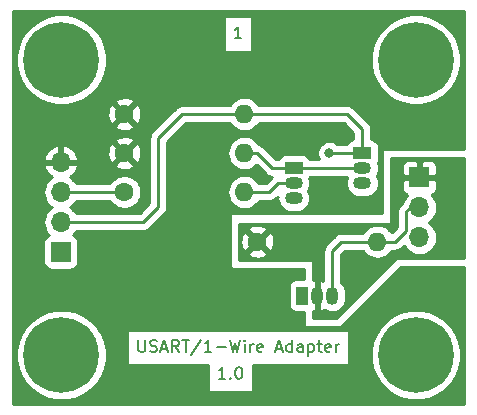
<source format=gbr>
G04 #@! TF.GenerationSoftware,KiCad,Pcbnew,(5.1.4)-1*
G04 #@! TF.CreationDate,2020-01-30T07:32:54+01:00*
G04 #@! TF.ProjectId,OneWire_Adapter,4f6e6557-6972-4655-9f41-646170746572,1.0*
G04 #@! TF.SameCoordinates,Original*
G04 #@! TF.FileFunction,Copper,L1,Top*
G04 #@! TF.FilePolarity,Positive*
%FSLAX46Y46*%
G04 Gerber Fmt 4.6, Leading zero omitted, Abs format (unit mm)*
G04 Created by KiCad (PCBNEW (5.1.4)-1) date 2020-01-30 07:32:54*
%MOMM*%
%LPD*%
G04 APERTURE LIST*
%ADD10C,0.150000*%
%ADD11C,0.200000*%
%ADD12R,1.050000X1.500000*%
%ADD13O,1.050000X1.500000*%
%ADD14O,1.600000X1.600000*%
%ADD15C,1.600000*%
%ADD16C,6.400000*%
%ADD17C,0.800000*%
%ADD18O,1.700000X1.700000*%
%ADD19R,1.700000X1.700000*%
%ADD20R,1.500000X1.050000*%
%ADD21O,1.500000X1.050000*%
%ADD22C,0.250000*%
%ADD23C,0.254000*%
G04 APERTURE END LIST*
D10*
X140246428Y-114389380D02*
X139675000Y-114389380D01*
X139960714Y-114389380D02*
X139960714Y-113389380D01*
X139865476Y-113532238D01*
X139770238Y-113627476D01*
X139675000Y-113675095D01*
X140675000Y-114294142D02*
X140722619Y-114341761D01*
X140675000Y-114389380D01*
X140627380Y-114341761D01*
X140675000Y-114294142D01*
X140675000Y-114389380D01*
X141341666Y-113389380D02*
X141436904Y-113389380D01*
X141532142Y-113437000D01*
X141579761Y-113484619D01*
X141627380Y-113579857D01*
X141675000Y-113770333D01*
X141675000Y-114008428D01*
X141627380Y-114198904D01*
X141579761Y-114294142D01*
X141532142Y-114341761D01*
X141436904Y-114389380D01*
X141341666Y-114389380D01*
X141246428Y-114341761D01*
X141198809Y-114294142D01*
X141151190Y-114198904D01*
X141103571Y-114008428D01*
X141103571Y-113770333D01*
X141151190Y-113579857D01*
X141198809Y-113484619D01*
X141246428Y-113437000D01*
X141341666Y-113389380D01*
D11*
X141595714Y-85560380D02*
X141024285Y-85560380D01*
X141310000Y-85560380D02*
X141310000Y-84560380D01*
X141214761Y-84703238D01*
X141119523Y-84798476D01*
X141024285Y-84846095D01*
X132881428Y-111103380D02*
X132881428Y-111912904D01*
X132929047Y-112008142D01*
X132976666Y-112055761D01*
X133071904Y-112103380D01*
X133262380Y-112103380D01*
X133357619Y-112055761D01*
X133405238Y-112008142D01*
X133452857Y-111912904D01*
X133452857Y-111103380D01*
X133881428Y-112055761D02*
X134024285Y-112103380D01*
X134262380Y-112103380D01*
X134357619Y-112055761D01*
X134405238Y-112008142D01*
X134452857Y-111912904D01*
X134452857Y-111817666D01*
X134405238Y-111722428D01*
X134357619Y-111674809D01*
X134262380Y-111627190D01*
X134071904Y-111579571D01*
X133976666Y-111531952D01*
X133929047Y-111484333D01*
X133881428Y-111389095D01*
X133881428Y-111293857D01*
X133929047Y-111198619D01*
X133976666Y-111151000D01*
X134071904Y-111103380D01*
X134310000Y-111103380D01*
X134452857Y-111151000D01*
X134833809Y-111817666D02*
X135310000Y-111817666D01*
X134738571Y-112103380D02*
X135071904Y-111103380D01*
X135405238Y-112103380D01*
X136310000Y-112103380D02*
X135976666Y-111627190D01*
X135738571Y-112103380D02*
X135738571Y-111103380D01*
X136119523Y-111103380D01*
X136214761Y-111151000D01*
X136262380Y-111198619D01*
X136310000Y-111293857D01*
X136310000Y-111436714D01*
X136262380Y-111531952D01*
X136214761Y-111579571D01*
X136119523Y-111627190D01*
X135738571Y-111627190D01*
X136595714Y-111103380D02*
X137167142Y-111103380D01*
X136881428Y-112103380D02*
X136881428Y-111103380D01*
X138214761Y-111055761D02*
X137357619Y-112341476D01*
X139071904Y-112103380D02*
X138500476Y-112103380D01*
X138786190Y-112103380D02*
X138786190Y-111103380D01*
X138690952Y-111246238D01*
X138595714Y-111341476D01*
X138500476Y-111389095D01*
X139500476Y-111722428D02*
X140262380Y-111722428D01*
X140643333Y-111103380D02*
X140881428Y-112103380D01*
X141071904Y-111389095D01*
X141262380Y-112103380D01*
X141500476Y-111103380D01*
X141881428Y-112103380D02*
X141881428Y-111436714D01*
X141881428Y-111103380D02*
X141833809Y-111151000D01*
X141881428Y-111198619D01*
X141929047Y-111151000D01*
X141881428Y-111103380D01*
X141881428Y-111198619D01*
X142357619Y-112103380D02*
X142357619Y-111436714D01*
X142357619Y-111627190D02*
X142405238Y-111531952D01*
X142452857Y-111484333D01*
X142548095Y-111436714D01*
X142643333Y-111436714D01*
X143357619Y-112055761D02*
X143262380Y-112103380D01*
X143071904Y-112103380D01*
X142976666Y-112055761D01*
X142929047Y-111960523D01*
X142929047Y-111579571D01*
X142976666Y-111484333D01*
X143071904Y-111436714D01*
X143262380Y-111436714D01*
X143357619Y-111484333D01*
X143405238Y-111579571D01*
X143405238Y-111674809D01*
X142929047Y-111770047D01*
X144548095Y-111817666D02*
X145024285Y-111817666D01*
X144452857Y-112103380D02*
X144786190Y-111103380D01*
X145119523Y-112103380D01*
X145881428Y-112103380D02*
X145881428Y-111103380D01*
X145881428Y-112055761D02*
X145786190Y-112103380D01*
X145595714Y-112103380D01*
X145500476Y-112055761D01*
X145452857Y-112008142D01*
X145405238Y-111912904D01*
X145405238Y-111627190D01*
X145452857Y-111531952D01*
X145500476Y-111484333D01*
X145595714Y-111436714D01*
X145786190Y-111436714D01*
X145881428Y-111484333D01*
X146786190Y-112103380D02*
X146786190Y-111579571D01*
X146738571Y-111484333D01*
X146643333Y-111436714D01*
X146452857Y-111436714D01*
X146357619Y-111484333D01*
X146786190Y-112055761D02*
X146690952Y-112103380D01*
X146452857Y-112103380D01*
X146357619Y-112055761D01*
X146310000Y-111960523D01*
X146310000Y-111865285D01*
X146357619Y-111770047D01*
X146452857Y-111722428D01*
X146690952Y-111722428D01*
X146786190Y-111674809D01*
X147262380Y-111436714D02*
X147262380Y-112436714D01*
X147262380Y-111484333D02*
X147357619Y-111436714D01*
X147548095Y-111436714D01*
X147643333Y-111484333D01*
X147690952Y-111531952D01*
X147738571Y-111627190D01*
X147738571Y-111912904D01*
X147690952Y-112008142D01*
X147643333Y-112055761D01*
X147548095Y-112103380D01*
X147357619Y-112103380D01*
X147262380Y-112055761D01*
X148024285Y-111436714D02*
X148405238Y-111436714D01*
X148167142Y-111103380D02*
X148167142Y-111960523D01*
X148214761Y-112055761D01*
X148310000Y-112103380D01*
X148405238Y-112103380D01*
X149119523Y-112055761D02*
X149024285Y-112103380D01*
X148833809Y-112103380D01*
X148738571Y-112055761D01*
X148690952Y-111960523D01*
X148690952Y-111579571D01*
X148738571Y-111484333D01*
X148833809Y-111436714D01*
X149024285Y-111436714D01*
X149119523Y-111484333D01*
X149167142Y-111579571D01*
X149167142Y-111674809D01*
X148690952Y-111770047D01*
X149595714Y-112103380D02*
X149595714Y-111436714D01*
X149595714Y-111627190D02*
X149643333Y-111531952D01*
X149690952Y-111484333D01*
X149786190Y-111436714D01*
X149881428Y-111436714D01*
D12*
X146771000Y-107333000D03*
D13*
X149311000Y-107333000D03*
X148041000Y-107333000D03*
D14*
X153121000Y-102761000D03*
D15*
X142961000Y-102761000D03*
D16*
X126371000Y-112366000D03*
D17*
X128771000Y-112366000D03*
X128068056Y-114063056D03*
X126371000Y-114766000D03*
X124673944Y-114063056D03*
X123971000Y-112366000D03*
X124673944Y-110668944D03*
X126371000Y-109966000D03*
X128068056Y-110668944D03*
D16*
X126371000Y-87366000D03*
D17*
X128771000Y-87366000D03*
X128068056Y-89063056D03*
X126371000Y-89766000D03*
X124673944Y-89063056D03*
X123971000Y-87366000D03*
X124673944Y-85668944D03*
X126371000Y-84966000D03*
X128068056Y-85668944D03*
D16*
X156371000Y-87366000D03*
D17*
X158771000Y-87366000D03*
X158068056Y-89063056D03*
X156371000Y-89766000D03*
X154673944Y-89063056D03*
X153971000Y-87366000D03*
X154673944Y-85668944D03*
X156371000Y-84966000D03*
X158068056Y-85668944D03*
D18*
X156677000Y-102406000D03*
X156677000Y-99866000D03*
D19*
X156677000Y-97326000D03*
D18*
X126324000Y-96030000D03*
X126324000Y-98570000D03*
X126324000Y-101110000D03*
D19*
X126324000Y-103650000D03*
D20*
X151851000Y-95268000D03*
D21*
X151851000Y-97808000D03*
X151851000Y-96538000D03*
D20*
X146050000Y-96538000D03*
D21*
X146050000Y-99078000D03*
X146050000Y-97808000D03*
D14*
X141859000Y-91966000D03*
D15*
X131699000Y-91966000D03*
D14*
X141859000Y-95268000D03*
D15*
X131699000Y-95268000D03*
D14*
X141859000Y-98570000D03*
D15*
X131699000Y-98570000D03*
D17*
X158068056Y-110668944D03*
X156371000Y-109966000D03*
X154673944Y-110668944D03*
X153971000Y-112366000D03*
X154673944Y-114063056D03*
X156371000Y-114766000D03*
X158068056Y-114063056D03*
X158771000Y-112366000D03*
D16*
X156371000Y-112366000D03*
D17*
X149057000Y-95268000D03*
D22*
X143977000Y-98570000D02*
X141859000Y-98570000D01*
X146050000Y-97808000D02*
X144739000Y-97808000D01*
X144739000Y-97808000D02*
X143977000Y-98570000D01*
X126324000Y-98570000D02*
X131699000Y-98570000D01*
X146050000Y-96538000D02*
X151851000Y-96538000D01*
X144231000Y-96538000D02*
X146050000Y-96538000D01*
X141859000Y-95268000D02*
X142961000Y-95268000D01*
X142961000Y-95268000D02*
X144231000Y-96538000D01*
X150073000Y-102761000D02*
X153121000Y-102761000D01*
X149311000Y-107333000D02*
X149311000Y-103523000D01*
X149311000Y-103523000D02*
X150073000Y-102761000D01*
X155889000Y-99866000D02*
X155534000Y-100221000D01*
X156677000Y-99866000D02*
X155889000Y-99866000D01*
X155534000Y-100221000D02*
X155534000Y-101872000D01*
X155534000Y-101872000D02*
X154645000Y-102761000D01*
X154645000Y-102761000D02*
X153121000Y-102761000D01*
X151851000Y-93236000D02*
X151851000Y-95268000D01*
X141859000Y-91966000D02*
X150581000Y-91966000D01*
X150581000Y-91966000D02*
X151851000Y-93236000D01*
X129499000Y-101110000D02*
X126324000Y-101110000D01*
X133309000Y-101110000D02*
X129499000Y-101110000D01*
X134579000Y-99840000D02*
X133309000Y-101110000D01*
X134579000Y-93998000D02*
X134579000Y-99840000D01*
X141859000Y-91966000D02*
X136611000Y-91966000D01*
X136611000Y-91966000D02*
X134579000Y-93998000D01*
X151851000Y-95268000D02*
X149057000Y-95268000D01*
D23*
G36*
X160486001Y-104158000D02*
G01*
X154772000Y-104158000D01*
X154747224Y-104160440D01*
X154723399Y-104167667D01*
X154701443Y-104179403D01*
X154682197Y-104195197D01*
X149639394Y-109238000D01*
X147660000Y-109238000D01*
X147660000Y-108662208D01*
X147673663Y-108668272D01*
X147735190Y-108676964D01*
X147914000Y-108551163D01*
X147914000Y-108233235D01*
X147921812Y-108207482D01*
X147934072Y-108083000D01*
X147934072Y-107051022D01*
X148151000Y-107051022D01*
X148151000Y-107614979D01*
X148167785Y-107785400D01*
X148168000Y-107786109D01*
X148168000Y-108551163D01*
X148346810Y-108676964D01*
X148408337Y-108668272D01*
X148617882Y-108575275D01*
X148676331Y-108534071D01*
X148864941Y-108634885D01*
X149083601Y-108701215D01*
X149311000Y-108723612D01*
X149538400Y-108701215D01*
X149757060Y-108634885D01*
X149958579Y-108527171D01*
X150135212Y-108382212D01*
X150280171Y-108205579D01*
X150387885Y-108004059D01*
X150454215Y-107785399D01*
X150471000Y-107614978D01*
X150471000Y-107051021D01*
X150454215Y-106880600D01*
X150387885Y-106661940D01*
X150280171Y-106460421D01*
X150135212Y-106283788D01*
X150071000Y-106231091D01*
X150071000Y-103837801D01*
X150387802Y-103521000D01*
X151900099Y-103521000D01*
X151922068Y-103562101D01*
X152101392Y-103780608D01*
X152319899Y-103959932D01*
X152569192Y-104093182D01*
X152839691Y-104175236D01*
X153050508Y-104196000D01*
X153191492Y-104196000D01*
X153402309Y-104175236D01*
X153672808Y-104093182D01*
X153922101Y-103959932D01*
X154140608Y-103780608D01*
X154319932Y-103562101D01*
X154341901Y-103521000D01*
X154607678Y-103521000D01*
X154645000Y-103524676D01*
X154682322Y-103521000D01*
X154682333Y-103521000D01*
X154793986Y-103510003D01*
X154937247Y-103466546D01*
X155069276Y-103395974D01*
X155185001Y-103301001D01*
X155208803Y-103271998D01*
X155369935Y-103110866D01*
X155436294Y-103235014D01*
X155621866Y-103461134D01*
X155847986Y-103646706D01*
X156105966Y-103784599D01*
X156385889Y-103869513D01*
X156604050Y-103891000D01*
X156749950Y-103891000D01*
X156968111Y-103869513D01*
X157248034Y-103784599D01*
X157506014Y-103646706D01*
X157732134Y-103461134D01*
X157917706Y-103235014D01*
X158055599Y-102977034D01*
X158140513Y-102697111D01*
X158169185Y-102406000D01*
X158140513Y-102114889D01*
X158055599Y-101834966D01*
X157917706Y-101576986D01*
X157732134Y-101350866D01*
X157506014Y-101165294D01*
X157451209Y-101136000D01*
X157506014Y-101106706D01*
X157732134Y-100921134D01*
X157917706Y-100695014D01*
X158055599Y-100437034D01*
X158140513Y-100157111D01*
X158169185Y-99866000D01*
X158140513Y-99574889D01*
X158055599Y-99294966D01*
X157917706Y-99036986D01*
X157732134Y-98810866D01*
X157702313Y-98786393D01*
X157771180Y-98765502D01*
X157881494Y-98706537D01*
X157978185Y-98627185D01*
X158057537Y-98530494D01*
X158116502Y-98420180D01*
X158152812Y-98300482D01*
X158165072Y-98176000D01*
X158162000Y-97611750D01*
X158003250Y-97453000D01*
X156804000Y-97453000D01*
X156804000Y-97473000D01*
X156550000Y-97473000D01*
X156550000Y-97453000D01*
X155350750Y-97453000D01*
X155192000Y-97611750D01*
X155188928Y-98176000D01*
X155201188Y-98300482D01*
X155237498Y-98420180D01*
X155296463Y-98530494D01*
X155375815Y-98627185D01*
X155472506Y-98706537D01*
X155582820Y-98765502D01*
X155651687Y-98786393D01*
X155621866Y-98810866D01*
X155436294Y-99036986D01*
X155298401Y-99294966D01*
X155260591Y-99419608D01*
X155023003Y-99657196D01*
X154993999Y-99680999D01*
X154938871Y-99748174D01*
X154899026Y-99796724D01*
X154861997Y-99866000D01*
X154828454Y-99928754D01*
X154784997Y-100072015D01*
X154774000Y-100183668D01*
X154774000Y-100183678D01*
X154770324Y-100221000D01*
X154774000Y-100258323D01*
X154774001Y-101557197D01*
X154337825Y-101993374D01*
X154319932Y-101959899D01*
X154140608Y-101741392D01*
X153922101Y-101562068D01*
X153672808Y-101428818D01*
X153402309Y-101346764D01*
X153191492Y-101326000D01*
X153050508Y-101326000D01*
X152839691Y-101346764D01*
X152569192Y-101428818D01*
X152319899Y-101562068D01*
X152101392Y-101741392D01*
X151922068Y-101959899D01*
X151900099Y-102001000D01*
X150110325Y-102001000D01*
X150073000Y-101997324D01*
X150035675Y-102001000D01*
X150035667Y-102001000D01*
X149924014Y-102011997D01*
X149780753Y-102055454D01*
X149648724Y-102126026D01*
X149532999Y-102220999D01*
X149509201Y-102249998D01*
X148799998Y-102959201D01*
X148771000Y-102982999D01*
X148747202Y-103011997D01*
X148747201Y-103011998D01*
X148676026Y-103098724D01*
X148605454Y-103230754D01*
X148561998Y-103374015D01*
X148547324Y-103523000D01*
X148551001Y-103560332D01*
X148551000Y-106061043D01*
X148408337Y-105997728D01*
X148346810Y-105989036D01*
X148168000Y-106114837D01*
X148168000Y-106879892D01*
X148167785Y-106880601D01*
X148151000Y-107051022D01*
X147934072Y-107051022D01*
X147934072Y-106583000D01*
X147921812Y-106458518D01*
X147914000Y-106432765D01*
X147914000Y-106114837D01*
X147735190Y-105989036D01*
X147673663Y-105997728D01*
X147660000Y-106003792D01*
X147660000Y-104412000D01*
X147657560Y-104387224D01*
X147650333Y-104363399D01*
X147638597Y-104341443D01*
X147622803Y-104322197D01*
X147603557Y-104306403D01*
X147581601Y-104294667D01*
X147557776Y-104287440D01*
X147533000Y-104285000D01*
X141437000Y-104285000D01*
X141437000Y-103753702D01*
X142147903Y-103753702D01*
X142219486Y-103997671D01*
X142474996Y-104118571D01*
X142749184Y-104187300D01*
X143031512Y-104201217D01*
X143311130Y-104159787D01*
X143577292Y-104064603D01*
X143702514Y-103997671D01*
X143774097Y-103753702D01*
X142961000Y-102940605D01*
X142147903Y-103753702D01*
X141437000Y-103753702D01*
X141437000Y-102831512D01*
X141520783Y-102831512D01*
X141562213Y-103111130D01*
X141657397Y-103377292D01*
X141724329Y-103502514D01*
X141968298Y-103574097D01*
X142781395Y-102761000D01*
X143140605Y-102761000D01*
X143953702Y-103574097D01*
X144197671Y-103502514D01*
X144318571Y-103247004D01*
X144387300Y-102972816D01*
X144401217Y-102690488D01*
X144359787Y-102410870D01*
X144264603Y-102144708D01*
X144197671Y-102019486D01*
X143953702Y-101947903D01*
X143140605Y-102761000D01*
X142781395Y-102761000D01*
X141968298Y-101947903D01*
X141724329Y-102019486D01*
X141603429Y-102274996D01*
X141534700Y-102549184D01*
X141520783Y-102831512D01*
X141437000Y-102831512D01*
X141437000Y-101768298D01*
X142147903Y-101768298D01*
X142961000Y-102581395D01*
X143774097Y-101768298D01*
X143702514Y-101524329D01*
X143447004Y-101403429D01*
X143172816Y-101334700D01*
X142890488Y-101320783D01*
X142610870Y-101362213D01*
X142344708Y-101457397D01*
X142219486Y-101524329D01*
X142147903Y-101768298D01*
X141437000Y-101768298D01*
X141437000Y-101237000D01*
X154137000Y-101237000D01*
X154161776Y-101234560D01*
X154185601Y-101227333D01*
X154207557Y-101215597D01*
X154226803Y-101199803D01*
X154242597Y-101180557D01*
X154254333Y-101158601D01*
X154261560Y-101134776D01*
X154264000Y-101110000D01*
X154264000Y-96476000D01*
X155188928Y-96476000D01*
X155192000Y-97040250D01*
X155350750Y-97199000D01*
X156550000Y-97199000D01*
X156550000Y-95999750D01*
X156804000Y-95999750D01*
X156804000Y-97199000D01*
X158003250Y-97199000D01*
X158162000Y-97040250D01*
X158165072Y-96476000D01*
X158152812Y-96351518D01*
X158116502Y-96231820D01*
X158057537Y-96121506D01*
X157978185Y-96024815D01*
X157881494Y-95945463D01*
X157771180Y-95886498D01*
X157651482Y-95850188D01*
X157527000Y-95837928D01*
X156962750Y-95841000D01*
X156804000Y-95999750D01*
X156550000Y-95999750D01*
X156391250Y-95841000D01*
X155827000Y-95837928D01*
X155702518Y-95850188D01*
X155582820Y-95886498D01*
X155472506Y-95945463D01*
X155375815Y-96024815D01*
X155296463Y-96121506D01*
X155237498Y-96231820D01*
X155201188Y-96351518D01*
X155188928Y-96476000D01*
X154264000Y-96476000D01*
X154264000Y-95649000D01*
X160486000Y-95649000D01*
X160486001Y-104158000D01*
X160486001Y-104158000D01*
G37*
X160486001Y-104158000D02*
X154772000Y-104158000D01*
X154747224Y-104160440D01*
X154723399Y-104167667D01*
X154701443Y-104179403D01*
X154682197Y-104195197D01*
X149639394Y-109238000D01*
X147660000Y-109238000D01*
X147660000Y-108662208D01*
X147673663Y-108668272D01*
X147735190Y-108676964D01*
X147914000Y-108551163D01*
X147914000Y-108233235D01*
X147921812Y-108207482D01*
X147934072Y-108083000D01*
X147934072Y-107051022D01*
X148151000Y-107051022D01*
X148151000Y-107614979D01*
X148167785Y-107785400D01*
X148168000Y-107786109D01*
X148168000Y-108551163D01*
X148346810Y-108676964D01*
X148408337Y-108668272D01*
X148617882Y-108575275D01*
X148676331Y-108534071D01*
X148864941Y-108634885D01*
X149083601Y-108701215D01*
X149311000Y-108723612D01*
X149538400Y-108701215D01*
X149757060Y-108634885D01*
X149958579Y-108527171D01*
X150135212Y-108382212D01*
X150280171Y-108205579D01*
X150387885Y-108004059D01*
X150454215Y-107785399D01*
X150471000Y-107614978D01*
X150471000Y-107051021D01*
X150454215Y-106880600D01*
X150387885Y-106661940D01*
X150280171Y-106460421D01*
X150135212Y-106283788D01*
X150071000Y-106231091D01*
X150071000Y-103837801D01*
X150387802Y-103521000D01*
X151900099Y-103521000D01*
X151922068Y-103562101D01*
X152101392Y-103780608D01*
X152319899Y-103959932D01*
X152569192Y-104093182D01*
X152839691Y-104175236D01*
X153050508Y-104196000D01*
X153191492Y-104196000D01*
X153402309Y-104175236D01*
X153672808Y-104093182D01*
X153922101Y-103959932D01*
X154140608Y-103780608D01*
X154319932Y-103562101D01*
X154341901Y-103521000D01*
X154607678Y-103521000D01*
X154645000Y-103524676D01*
X154682322Y-103521000D01*
X154682333Y-103521000D01*
X154793986Y-103510003D01*
X154937247Y-103466546D01*
X155069276Y-103395974D01*
X155185001Y-103301001D01*
X155208803Y-103271998D01*
X155369935Y-103110866D01*
X155436294Y-103235014D01*
X155621866Y-103461134D01*
X155847986Y-103646706D01*
X156105966Y-103784599D01*
X156385889Y-103869513D01*
X156604050Y-103891000D01*
X156749950Y-103891000D01*
X156968111Y-103869513D01*
X157248034Y-103784599D01*
X157506014Y-103646706D01*
X157732134Y-103461134D01*
X157917706Y-103235014D01*
X158055599Y-102977034D01*
X158140513Y-102697111D01*
X158169185Y-102406000D01*
X158140513Y-102114889D01*
X158055599Y-101834966D01*
X157917706Y-101576986D01*
X157732134Y-101350866D01*
X157506014Y-101165294D01*
X157451209Y-101136000D01*
X157506014Y-101106706D01*
X157732134Y-100921134D01*
X157917706Y-100695014D01*
X158055599Y-100437034D01*
X158140513Y-100157111D01*
X158169185Y-99866000D01*
X158140513Y-99574889D01*
X158055599Y-99294966D01*
X157917706Y-99036986D01*
X157732134Y-98810866D01*
X157702313Y-98786393D01*
X157771180Y-98765502D01*
X157881494Y-98706537D01*
X157978185Y-98627185D01*
X158057537Y-98530494D01*
X158116502Y-98420180D01*
X158152812Y-98300482D01*
X158165072Y-98176000D01*
X158162000Y-97611750D01*
X158003250Y-97453000D01*
X156804000Y-97453000D01*
X156804000Y-97473000D01*
X156550000Y-97473000D01*
X156550000Y-97453000D01*
X155350750Y-97453000D01*
X155192000Y-97611750D01*
X155188928Y-98176000D01*
X155201188Y-98300482D01*
X155237498Y-98420180D01*
X155296463Y-98530494D01*
X155375815Y-98627185D01*
X155472506Y-98706537D01*
X155582820Y-98765502D01*
X155651687Y-98786393D01*
X155621866Y-98810866D01*
X155436294Y-99036986D01*
X155298401Y-99294966D01*
X155260591Y-99419608D01*
X155023003Y-99657196D01*
X154993999Y-99680999D01*
X154938871Y-99748174D01*
X154899026Y-99796724D01*
X154861997Y-99866000D01*
X154828454Y-99928754D01*
X154784997Y-100072015D01*
X154774000Y-100183668D01*
X154774000Y-100183678D01*
X154770324Y-100221000D01*
X154774000Y-100258323D01*
X154774001Y-101557197D01*
X154337825Y-101993374D01*
X154319932Y-101959899D01*
X154140608Y-101741392D01*
X153922101Y-101562068D01*
X153672808Y-101428818D01*
X153402309Y-101346764D01*
X153191492Y-101326000D01*
X153050508Y-101326000D01*
X152839691Y-101346764D01*
X152569192Y-101428818D01*
X152319899Y-101562068D01*
X152101392Y-101741392D01*
X151922068Y-101959899D01*
X151900099Y-102001000D01*
X150110325Y-102001000D01*
X150073000Y-101997324D01*
X150035675Y-102001000D01*
X150035667Y-102001000D01*
X149924014Y-102011997D01*
X149780753Y-102055454D01*
X149648724Y-102126026D01*
X149532999Y-102220999D01*
X149509201Y-102249998D01*
X148799998Y-102959201D01*
X148771000Y-102982999D01*
X148747202Y-103011997D01*
X148747201Y-103011998D01*
X148676026Y-103098724D01*
X148605454Y-103230754D01*
X148561998Y-103374015D01*
X148547324Y-103523000D01*
X148551001Y-103560332D01*
X148551000Y-106061043D01*
X148408337Y-105997728D01*
X148346810Y-105989036D01*
X148168000Y-106114837D01*
X148168000Y-106879892D01*
X148167785Y-106880601D01*
X148151000Y-107051022D01*
X147934072Y-107051022D01*
X147934072Y-106583000D01*
X147921812Y-106458518D01*
X147914000Y-106432765D01*
X147914000Y-106114837D01*
X147735190Y-105989036D01*
X147673663Y-105997728D01*
X147660000Y-106003792D01*
X147660000Y-104412000D01*
X147657560Y-104387224D01*
X147650333Y-104363399D01*
X147638597Y-104341443D01*
X147622803Y-104322197D01*
X147603557Y-104306403D01*
X147581601Y-104294667D01*
X147557776Y-104287440D01*
X147533000Y-104285000D01*
X141437000Y-104285000D01*
X141437000Y-103753702D01*
X142147903Y-103753702D01*
X142219486Y-103997671D01*
X142474996Y-104118571D01*
X142749184Y-104187300D01*
X143031512Y-104201217D01*
X143311130Y-104159787D01*
X143577292Y-104064603D01*
X143702514Y-103997671D01*
X143774097Y-103753702D01*
X142961000Y-102940605D01*
X142147903Y-103753702D01*
X141437000Y-103753702D01*
X141437000Y-102831512D01*
X141520783Y-102831512D01*
X141562213Y-103111130D01*
X141657397Y-103377292D01*
X141724329Y-103502514D01*
X141968298Y-103574097D01*
X142781395Y-102761000D01*
X143140605Y-102761000D01*
X143953702Y-103574097D01*
X144197671Y-103502514D01*
X144318571Y-103247004D01*
X144387300Y-102972816D01*
X144401217Y-102690488D01*
X144359787Y-102410870D01*
X144264603Y-102144708D01*
X144197671Y-102019486D01*
X143953702Y-101947903D01*
X143140605Y-102761000D01*
X142781395Y-102761000D01*
X141968298Y-101947903D01*
X141724329Y-102019486D01*
X141603429Y-102274996D01*
X141534700Y-102549184D01*
X141520783Y-102831512D01*
X141437000Y-102831512D01*
X141437000Y-101768298D01*
X142147903Y-101768298D01*
X142961000Y-102581395D01*
X143774097Y-101768298D01*
X143702514Y-101524329D01*
X143447004Y-101403429D01*
X143172816Y-101334700D01*
X142890488Y-101320783D01*
X142610870Y-101362213D01*
X142344708Y-101457397D01*
X142219486Y-101524329D01*
X142147903Y-101768298D01*
X141437000Y-101768298D01*
X141437000Y-101237000D01*
X154137000Y-101237000D01*
X154161776Y-101234560D01*
X154185601Y-101227333D01*
X154207557Y-101215597D01*
X154226803Y-101199803D01*
X154242597Y-101180557D01*
X154254333Y-101158601D01*
X154261560Y-101134776D01*
X154264000Y-101110000D01*
X154264000Y-96476000D01*
X155188928Y-96476000D01*
X155192000Y-97040250D01*
X155350750Y-97199000D01*
X156550000Y-97199000D01*
X156550000Y-95999750D01*
X156804000Y-95999750D01*
X156804000Y-97199000D01*
X158003250Y-97199000D01*
X158162000Y-97040250D01*
X158165072Y-96476000D01*
X158152812Y-96351518D01*
X158116502Y-96231820D01*
X158057537Y-96121506D01*
X157978185Y-96024815D01*
X157881494Y-95945463D01*
X157771180Y-95886498D01*
X157651482Y-95850188D01*
X157527000Y-95837928D01*
X156962750Y-95841000D01*
X156804000Y-95999750D01*
X156550000Y-95999750D01*
X156391250Y-95841000D01*
X155827000Y-95837928D01*
X155702518Y-95850188D01*
X155582820Y-95886498D01*
X155472506Y-95945463D01*
X155375815Y-96024815D01*
X155296463Y-96121506D01*
X155237498Y-96231820D01*
X155201188Y-96351518D01*
X155188928Y-96476000D01*
X154264000Y-96476000D01*
X154264000Y-95649000D01*
X160486000Y-95649000D01*
X160486001Y-104158000D01*
G36*
X160486000Y-94887000D02*
G01*
X153629000Y-94887000D01*
X153604224Y-94889440D01*
X153580399Y-94896667D01*
X153558443Y-94908403D01*
X153539197Y-94924197D01*
X153523403Y-94943443D01*
X153511667Y-94965399D01*
X153504440Y-94989224D01*
X153502000Y-95014000D01*
X153502000Y-100348000D01*
X140802000Y-100348000D01*
X140777224Y-100350440D01*
X140753399Y-100357667D01*
X140731443Y-100369403D01*
X140712197Y-100385197D01*
X140696403Y-100404443D01*
X140684667Y-100426399D01*
X140677440Y-100450224D01*
X140675000Y-100475000D01*
X140675000Y-104920000D01*
X140677440Y-104944776D01*
X140684667Y-104968601D01*
X140696403Y-104990557D01*
X140712197Y-105009803D01*
X140731443Y-105025597D01*
X140753399Y-105037333D01*
X140777224Y-105044560D01*
X140802000Y-105047000D01*
X146898000Y-105047000D01*
X146898000Y-105944928D01*
X146246000Y-105944928D01*
X146121518Y-105957188D01*
X146001820Y-105993498D01*
X145891506Y-106052463D01*
X145794815Y-106131815D01*
X145715463Y-106228506D01*
X145656498Y-106338820D01*
X145620188Y-106458518D01*
X145607928Y-106583000D01*
X145607928Y-108083000D01*
X145620188Y-108207482D01*
X145656498Y-108327180D01*
X145715463Y-108437494D01*
X145794815Y-108534185D01*
X145891506Y-108613537D01*
X146001820Y-108672502D01*
X146121518Y-108708812D01*
X146246000Y-108721072D01*
X146898000Y-108721072D01*
X146898000Y-109873000D01*
X146900440Y-109897776D01*
X146907667Y-109921601D01*
X146919403Y-109943557D01*
X146935197Y-109962803D01*
X146954443Y-109978597D01*
X146976399Y-109990333D01*
X147000224Y-109997560D01*
X147025000Y-110000000D01*
X149946000Y-110000000D01*
X149970776Y-109997560D01*
X149994601Y-109990333D01*
X150016557Y-109978597D01*
X150035803Y-109962803D01*
X155078606Y-104920000D01*
X160486001Y-104920000D01*
X160486001Y-116481000D01*
X122256000Y-116481000D01*
X122256000Y-111988285D01*
X122536000Y-111988285D01*
X122536000Y-112743715D01*
X122683377Y-113484628D01*
X122972467Y-114182554D01*
X123392161Y-114810670D01*
X123926330Y-115344839D01*
X124554446Y-115764533D01*
X125252372Y-116053623D01*
X125993285Y-116201000D01*
X126748715Y-116201000D01*
X127489628Y-116053623D01*
X128187554Y-115764533D01*
X128815670Y-115344839D01*
X129349839Y-114810670D01*
X129769533Y-114182554D01*
X130058623Y-113484628D01*
X130206000Y-112743715D01*
X130206000Y-111988285D01*
X130058623Y-111247372D01*
X129769533Y-110549446D01*
X129566777Y-110246000D01*
X131908334Y-110246000D01*
X131908334Y-113216000D01*
X138774524Y-113216000D01*
X138774524Y-115464500D01*
X142575476Y-115464500D01*
X142575476Y-113216000D01*
X150711667Y-113216000D01*
X150711667Y-111988285D01*
X152536000Y-111988285D01*
X152536000Y-112743715D01*
X152683377Y-113484628D01*
X152972467Y-114182554D01*
X153392161Y-114810670D01*
X153926330Y-115344839D01*
X154554446Y-115764533D01*
X155252372Y-116053623D01*
X155993285Y-116201000D01*
X156748715Y-116201000D01*
X157489628Y-116053623D01*
X158187554Y-115764533D01*
X158815670Y-115344839D01*
X159349839Y-114810670D01*
X159769533Y-114182554D01*
X160058623Y-113484628D01*
X160206000Y-112743715D01*
X160206000Y-111988285D01*
X160058623Y-111247372D01*
X159769533Y-110549446D01*
X159349839Y-109921330D01*
X158815670Y-109387161D01*
X158187554Y-108967467D01*
X157489628Y-108678377D01*
X156748715Y-108531000D01*
X155993285Y-108531000D01*
X155252372Y-108678377D01*
X154554446Y-108967467D01*
X153926330Y-109387161D01*
X153392161Y-109921330D01*
X152972467Y-110549446D01*
X152683377Y-111247372D01*
X152536000Y-111988285D01*
X150711667Y-111988285D01*
X150711667Y-110246000D01*
X131908334Y-110246000D01*
X129566777Y-110246000D01*
X129349839Y-109921330D01*
X128815670Y-109387161D01*
X128187554Y-108967467D01*
X127489628Y-108678377D01*
X126748715Y-108531000D01*
X125993285Y-108531000D01*
X125252372Y-108678377D01*
X124554446Y-108967467D01*
X123926330Y-109387161D01*
X123392161Y-109921330D01*
X122972467Y-110549446D01*
X122683377Y-111247372D01*
X122536000Y-111988285D01*
X122256000Y-111988285D01*
X122256000Y-98570000D01*
X124831815Y-98570000D01*
X124860487Y-98861111D01*
X124945401Y-99141034D01*
X125083294Y-99399014D01*
X125268866Y-99625134D01*
X125494986Y-99810706D01*
X125549791Y-99840000D01*
X125494986Y-99869294D01*
X125268866Y-100054866D01*
X125083294Y-100280986D01*
X124945401Y-100538966D01*
X124860487Y-100818889D01*
X124831815Y-101110000D01*
X124860487Y-101401111D01*
X124945401Y-101681034D01*
X125083294Y-101939014D01*
X125268866Y-102165134D01*
X125298687Y-102189607D01*
X125229820Y-102210498D01*
X125119506Y-102269463D01*
X125022815Y-102348815D01*
X124943463Y-102445506D01*
X124884498Y-102555820D01*
X124848188Y-102675518D01*
X124835928Y-102800000D01*
X124835928Y-104500000D01*
X124848188Y-104624482D01*
X124884498Y-104744180D01*
X124943463Y-104854494D01*
X125022815Y-104951185D01*
X125119506Y-105030537D01*
X125229820Y-105089502D01*
X125349518Y-105125812D01*
X125474000Y-105138072D01*
X127174000Y-105138072D01*
X127298482Y-105125812D01*
X127418180Y-105089502D01*
X127528494Y-105030537D01*
X127625185Y-104951185D01*
X127704537Y-104854494D01*
X127763502Y-104744180D01*
X127799812Y-104624482D01*
X127812072Y-104500000D01*
X127812072Y-102800000D01*
X127799812Y-102675518D01*
X127763502Y-102555820D01*
X127704537Y-102445506D01*
X127625185Y-102348815D01*
X127528494Y-102269463D01*
X127418180Y-102210498D01*
X127349313Y-102189607D01*
X127379134Y-102165134D01*
X127564706Y-101939014D01*
X127601595Y-101870000D01*
X133271678Y-101870000D01*
X133309000Y-101873676D01*
X133346322Y-101870000D01*
X133346333Y-101870000D01*
X133457986Y-101859003D01*
X133601247Y-101815546D01*
X133733276Y-101744974D01*
X133849001Y-101650001D01*
X133872804Y-101620997D01*
X135090003Y-100403799D01*
X135119001Y-100380001D01*
X135213974Y-100264276D01*
X135284546Y-100132247D01*
X135328003Y-99988986D01*
X135339000Y-99877333D01*
X135339000Y-99877324D01*
X135342676Y-99840001D01*
X135339000Y-99802678D01*
X135339000Y-94312801D01*
X136925802Y-92726000D01*
X140638099Y-92726000D01*
X140660068Y-92767101D01*
X140839392Y-92985608D01*
X141057899Y-93164932D01*
X141307192Y-93298182D01*
X141577691Y-93380236D01*
X141788508Y-93401000D01*
X141929492Y-93401000D01*
X142140309Y-93380236D01*
X142410808Y-93298182D01*
X142660101Y-93164932D01*
X142878608Y-92985608D01*
X143057932Y-92767101D01*
X143079901Y-92726000D01*
X150266199Y-92726000D01*
X151091000Y-93550802D01*
X151091000Y-94105913D01*
X150976518Y-94117188D01*
X150856820Y-94153498D01*
X150746506Y-94212463D01*
X150649815Y-94291815D01*
X150570463Y-94388506D01*
X150511498Y-94498820D01*
X150508713Y-94508000D01*
X149760711Y-94508000D01*
X149716774Y-94464063D01*
X149547256Y-94350795D01*
X149358898Y-94272774D01*
X149158939Y-94233000D01*
X148955061Y-94233000D01*
X148755102Y-94272774D01*
X148566744Y-94350795D01*
X148397226Y-94464063D01*
X148253063Y-94608226D01*
X148139795Y-94777744D01*
X148061774Y-94966102D01*
X148022000Y-95166061D01*
X148022000Y-95369939D01*
X148061774Y-95569898D01*
X148139795Y-95758256D01*
X148152987Y-95778000D01*
X147392287Y-95778000D01*
X147389502Y-95768820D01*
X147330537Y-95658506D01*
X147251185Y-95561815D01*
X147154494Y-95482463D01*
X147044180Y-95423498D01*
X146924482Y-95387188D01*
X146800000Y-95374928D01*
X145300000Y-95374928D01*
X145175518Y-95387188D01*
X145055820Y-95423498D01*
X144945506Y-95482463D01*
X144848815Y-95561815D01*
X144769463Y-95658506D01*
X144710498Y-95768820D01*
X144707713Y-95778000D01*
X144545802Y-95778000D01*
X143524804Y-94757003D01*
X143501001Y-94727999D01*
X143385276Y-94633026D01*
X143253247Y-94562454D01*
X143109986Y-94518997D01*
X143084434Y-94516480D01*
X143057932Y-94466899D01*
X142878608Y-94248392D01*
X142660101Y-94069068D01*
X142410808Y-93935818D01*
X142140309Y-93853764D01*
X141929492Y-93833000D01*
X141788508Y-93833000D01*
X141577691Y-93853764D01*
X141307192Y-93935818D01*
X141057899Y-94069068D01*
X140839392Y-94248392D01*
X140660068Y-94466899D01*
X140526818Y-94716192D01*
X140444764Y-94986691D01*
X140417057Y-95268000D01*
X140444764Y-95549309D01*
X140526818Y-95819808D01*
X140660068Y-96069101D01*
X140839392Y-96287608D01*
X141057899Y-96466932D01*
X141307192Y-96600182D01*
X141577691Y-96682236D01*
X141788508Y-96703000D01*
X141929492Y-96703000D01*
X142140309Y-96682236D01*
X142410808Y-96600182D01*
X142660101Y-96466932D01*
X142878608Y-96287608D01*
X142890868Y-96272669D01*
X143667201Y-97049003D01*
X143690999Y-97078001D01*
X143806724Y-97172974D01*
X143938753Y-97243546D01*
X144082014Y-97287003D01*
X144175820Y-97296242D01*
X144175201Y-97296998D01*
X143662199Y-97810000D01*
X143079901Y-97810000D01*
X143057932Y-97768899D01*
X142878608Y-97550392D01*
X142660101Y-97371068D01*
X142410808Y-97237818D01*
X142140309Y-97155764D01*
X141929492Y-97135000D01*
X141788508Y-97135000D01*
X141577691Y-97155764D01*
X141307192Y-97237818D01*
X141057899Y-97371068D01*
X140839392Y-97550392D01*
X140660068Y-97768899D01*
X140526818Y-98018192D01*
X140444764Y-98288691D01*
X140417057Y-98570000D01*
X140444764Y-98851309D01*
X140526818Y-99121808D01*
X140660068Y-99371101D01*
X140839392Y-99589608D01*
X141057899Y-99768932D01*
X141307192Y-99902182D01*
X141577691Y-99984236D01*
X141788508Y-100005000D01*
X141929492Y-100005000D01*
X142140309Y-99984236D01*
X142410808Y-99902182D01*
X142660101Y-99768932D01*
X142878608Y-99589608D01*
X143057932Y-99371101D01*
X143079901Y-99330000D01*
X143939678Y-99330000D01*
X143977000Y-99333676D01*
X144014322Y-99330000D01*
X144014333Y-99330000D01*
X144125986Y-99319003D01*
X144269247Y-99275546D01*
X144401276Y-99204974D01*
X144517001Y-99110001D01*
X144540803Y-99080998D01*
X144672016Y-98949785D01*
X144659388Y-99078000D01*
X144681785Y-99305400D01*
X144748115Y-99524060D01*
X144855829Y-99725579D01*
X145000788Y-99902212D01*
X145177421Y-100047171D01*
X145378940Y-100154885D01*
X145597600Y-100221215D01*
X145768021Y-100238000D01*
X146331979Y-100238000D01*
X146502400Y-100221215D01*
X146721060Y-100154885D01*
X146922579Y-100047171D01*
X147099212Y-99902212D01*
X147244171Y-99725579D01*
X147351885Y-99524060D01*
X147418215Y-99305400D01*
X147440612Y-99078000D01*
X147418215Y-98850600D01*
X147351885Y-98631940D01*
X147250895Y-98443000D01*
X147351885Y-98254060D01*
X147418215Y-98035400D01*
X147440612Y-97808000D01*
X147418215Y-97580600D01*
X147354907Y-97371902D01*
X147389502Y-97307180D01*
X147392287Y-97298000D01*
X150583292Y-97298000D01*
X150549115Y-97361940D01*
X150482785Y-97580600D01*
X150460388Y-97808000D01*
X150482785Y-98035400D01*
X150549115Y-98254060D01*
X150656829Y-98455579D01*
X150801788Y-98632212D01*
X150978421Y-98777171D01*
X151179940Y-98884885D01*
X151398600Y-98951215D01*
X151569021Y-98968000D01*
X152132979Y-98968000D01*
X152303400Y-98951215D01*
X152522060Y-98884885D01*
X152723579Y-98777171D01*
X152900212Y-98632212D01*
X153045171Y-98455579D01*
X153152885Y-98254060D01*
X153219215Y-98035400D01*
X153241612Y-97808000D01*
X153219215Y-97580600D01*
X153152885Y-97361940D01*
X153051895Y-97173000D01*
X153152885Y-96984060D01*
X153219215Y-96765400D01*
X153241612Y-96538000D01*
X153219215Y-96310600D01*
X153155907Y-96101902D01*
X153190502Y-96037180D01*
X153226812Y-95917482D01*
X153239072Y-95793000D01*
X153239072Y-94743000D01*
X153226812Y-94618518D01*
X153190502Y-94498820D01*
X153131537Y-94388506D01*
X153052185Y-94291815D01*
X152955494Y-94212463D01*
X152845180Y-94153498D01*
X152725482Y-94117188D01*
X152611000Y-94105913D01*
X152611000Y-93273322D01*
X152614676Y-93235999D01*
X152611000Y-93198676D01*
X152611000Y-93198667D01*
X152600003Y-93087014D01*
X152556546Y-92943753D01*
X152485974Y-92811724D01*
X152391001Y-92695999D01*
X152362004Y-92672202D01*
X151144804Y-91455003D01*
X151121001Y-91425999D01*
X151005276Y-91331026D01*
X150873247Y-91260454D01*
X150729986Y-91216997D01*
X150618333Y-91206000D01*
X150618322Y-91206000D01*
X150581000Y-91202324D01*
X150543678Y-91206000D01*
X143079901Y-91206000D01*
X143057932Y-91164899D01*
X142878608Y-90946392D01*
X142660101Y-90767068D01*
X142410808Y-90633818D01*
X142140309Y-90551764D01*
X141929492Y-90531000D01*
X141788508Y-90531000D01*
X141577691Y-90551764D01*
X141307192Y-90633818D01*
X141057899Y-90767068D01*
X140839392Y-90946392D01*
X140660068Y-91164899D01*
X140638099Y-91206000D01*
X136648323Y-91206000D01*
X136611000Y-91202324D01*
X136573677Y-91206000D01*
X136573667Y-91206000D01*
X136462014Y-91216997D01*
X136318753Y-91260454D01*
X136186723Y-91331026D01*
X136103083Y-91399668D01*
X136070999Y-91425999D01*
X136047201Y-91454997D01*
X134068003Y-93434196D01*
X134038999Y-93457999D01*
X133983871Y-93525174D01*
X133944026Y-93573724D01*
X133897763Y-93660275D01*
X133873454Y-93705754D01*
X133829997Y-93849015D01*
X133819000Y-93960668D01*
X133819000Y-93960678D01*
X133815324Y-93998000D01*
X133819000Y-94035323D01*
X133819001Y-99525197D01*
X132994199Y-100350000D01*
X127601595Y-100350000D01*
X127564706Y-100280986D01*
X127379134Y-100054866D01*
X127153014Y-99869294D01*
X127098209Y-99840000D01*
X127153014Y-99810706D01*
X127379134Y-99625134D01*
X127564706Y-99399014D01*
X127601595Y-99330000D01*
X130480957Y-99330000D01*
X130584363Y-99484759D01*
X130784241Y-99684637D01*
X131019273Y-99841680D01*
X131280426Y-99949853D01*
X131557665Y-100005000D01*
X131840335Y-100005000D01*
X132117574Y-99949853D01*
X132378727Y-99841680D01*
X132613759Y-99684637D01*
X132813637Y-99484759D01*
X132970680Y-99249727D01*
X133078853Y-98988574D01*
X133134000Y-98711335D01*
X133134000Y-98428665D01*
X133078853Y-98151426D01*
X132970680Y-97890273D01*
X132813637Y-97655241D01*
X132613759Y-97455363D01*
X132378727Y-97298320D01*
X132117574Y-97190147D01*
X131840335Y-97135000D01*
X131557665Y-97135000D01*
X131280426Y-97190147D01*
X131019273Y-97298320D01*
X130784241Y-97455363D01*
X130584363Y-97655241D01*
X130480957Y-97810000D01*
X127601595Y-97810000D01*
X127564706Y-97740986D01*
X127379134Y-97514866D01*
X127153014Y-97329294D01*
X127088477Y-97294799D01*
X127205355Y-97225178D01*
X127421588Y-97030269D01*
X127595641Y-96796920D01*
X127720825Y-96534099D01*
X127765476Y-96386890D01*
X127698883Y-96260702D01*
X130885903Y-96260702D01*
X130957486Y-96504671D01*
X131212996Y-96625571D01*
X131487184Y-96694300D01*
X131769512Y-96708217D01*
X132049130Y-96666787D01*
X132315292Y-96571603D01*
X132440514Y-96504671D01*
X132512097Y-96260702D01*
X131699000Y-95447605D01*
X130885903Y-96260702D01*
X127698883Y-96260702D01*
X127644155Y-96157000D01*
X126451000Y-96157000D01*
X126451000Y-96177000D01*
X126197000Y-96177000D01*
X126197000Y-96157000D01*
X125003845Y-96157000D01*
X124882524Y-96386890D01*
X124927175Y-96534099D01*
X125052359Y-96796920D01*
X125226412Y-97030269D01*
X125442645Y-97225178D01*
X125559523Y-97294799D01*
X125494986Y-97329294D01*
X125268866Y-97514866D01*
X125083294Y-97740986D01*
X124945401Y-97998966D01*
X124860487Y-98278889D01*
X124831815Y-98570000D01*
X122256000Y-98570000D01*
X122256000Y-95673110D01*
X124882524Y-95673110D01*
X125003845Y-95903000D01*
X126197000Y-95903000D01*
X126197000Y-94709186D01*
X126451000Y-94709186D01*
X126451000Y-95903000D01*
X127644155Y-95903000D01*
X127765476Y-95673110D01*
X127720825Y-95525901D01*
X127631570Y-95338512D01*
X130258783Y-95338512D01*
X130300213Y-95618130D01*
X130395397Y-95884292D01*
X130462329Y-96009514D01*
X130706298Y-96081097D01*
X131519395Y-95268000D01*
X131878605Y-95268000D01*
X132691702Y-96081097D01*
X132935671Y-96009514D01*
X133056571Y-95754004D01*
X133125300Y-95479816D01*
X133139217Y-95197488D01*
X133097787Y-94917870D01*
X133002603Y-94651708D01*
X132935671Y-94526486D01*
X132691702Y-94454903D01*
X131878605Y-95268000D01*
X131519395Y-95268000D01*
X130706298Y-94454903D01*
X130462329Y-94526486D01*
X130341429Y-94781996D01*
X130272700Y-95056184D01*
X130258783Y-95338512D01*
X127631570Y-95338512D01*
X127595641Y-95263080D01*
X127421588Y-95029731D01*
X127205355Y-94834822D01*
X126955252Y-94685843D01*
X126680891Y-94588519D01*
X126451000Y-94709186D01*
X126197000Y-94709186D01*
X125967109Y-94588519D01*
X125692748Y-94685843D01*
X125442645Y-94834822D01*
X125226412Y-95029731D01*
X125052359Y-95263080D01*
X124927175Y-95525901D01*
X124882524Y-95673110D01*
X122256000Y-95673110D01*
X122256000Y-94275298D01*
X130885903Y-94275298D01*
X131699000Y-95088395D01*
X132512097Y-94275298D01*
X132440514Y-94031329D01*
X132185004Y-93910429D01*
X131910816Y-93841700D01*
X131628488Y-93827783D01*
X131348870Y-93869213D01*
X131082708Y-93964397D01*
X130957486Y-94031329D01*
X130885903Y-94275298D01*
X122256000Y-94275298D01*
X122256000Y-92958702D01*
X130885903Y-92958702D01*
X130957486Y-93202671D01*
X131212996Y-93323571D01*
X131487184Y-93392300D01*
X131769512Y-93406217D01*
X132049130Y-93364787D01*
X132315292Y-93269603D01*
X132440514Y-93202671D01*
X132512097Y-92958702D01*
X131699000Y-92145605D01*
X130885903Y-92958702D01*
X122256000Y-92958702D01*
X122256000Y-92036512D01*
X130258783Y-92036512D01*
X130300213Y-92316130D01*
X130395397Y-92582292D01*
X130462329Y-92707514D01*
X130706298Y-92779097D01*
X131519395Y-91966000D01*
X131878605Y-91966000D01*
X132691702Y-92779097D01*
X132935671Y-92707514D01*
X133056571Y-92452004D01*
X133125300Y-92177816D01*
X133139217Y-91895488D01*
X133097787Y-91615870D01*
X133002603Y-91349708D01*
X132935671Y-91224486D01*
X132691702Y-91152903D01*
X131878605Y-91966000D01*
X131519395Y-91966000D01*
X130706298Y-91152903D01*
X130462329Y-91224486D01*
X130341429Y-91479996D01*
X130272700Y-91754184D01*
X130258783Y-92036512D01*
X122256000Y-92036512D01*
X122256000Y-86988285D01*
X122536000Y-86988285D01*
X122536000Y-87743715D01*
X122683377Y-88484628D01*
X122972467Y-89182554D01*
X123392161Y-89810670D01*
X123926330Y-90344839D01*
X124554446Y-90764533D01*
X125252372Y-91053623D01*
X125993285Y-91201000D01*
X126748715Y-91201000D01*
X127489628Y-91053623D01*
X127683549Y-90973298D01*
X130885903Y-90973298D01*
X131699000Y-91786395D01*
X132512097Y-90973298D01*
X132440514Y-90729329D01*
X132185004Y-90608429D01*
X131910816Y-90539700D01*
X131628488Y-90525783D01*
X131348870Y-90567213D01*
X131082708Y-90662397D01*
X130957486Y-90729329D01*
X130885903Y-90973298D01*
X127683549Y-90973298D01*
X128187554Y-90764533D01*
X128815670Y-90344839D01*
X129349839Y-89810670D01*
X129769533Y-89182554D01*
X130058623Y-88484628D01*
X130206000Y-87743715D01*
X130206000Y-86988285D01*
X152536000Y-86988285D01*
X152536000Y-87743715D01*
X152683377Y-88484628D01*
X152972467Y-89182554D01*
X153392161Y-89810670D01*
X153926330Y-90344839D01*
X154554446Y-90764533D01*
X155252372Y-91053623D01*
X155993285Y-91201000D01*
X156748715Y-91201000D01*
X157489628Y-91053623D01*
X158187554Y-90764533D01*
X158815670Y-90344839D01*
X159349839Y-89810670D01*
X159769533Y-89182554D01*
X160058623Y-88484628D01*
X160206000Y-87743715D01*
X160206000Y-86988285D01*
X160058623Y-86247372D01*
X159769533Y-85549446D01*
X159349839Y-84921330D01*
X158815670Y-84387161D01*
X158187554Y-83967467D01*
X157489628Y-83678377D01*
X156748715Y-83531000D01*
X155993285Y-83531000D01*
X155252372Y-83678377D01*
X154554446Y-83967467D01*
X153926330Y-84387161D01*
X153392161Y-84921330D01*
X152972467Y-85549446D01*
X152683377Y-86247372D01*
X152536000Y-86988285D01*
X130206000Y-86988285D01*
X130058623Y-86247372D01*
X129769533Y-85549446D01*
X129349839Y-84921330D01*
X128815670Y-84387161D01*
X128187554Y-83967467D01*
X127549074Y-83703000D01*
X140098810Y-83703000D01*
X140098810Y-86673000D01*
X142521191Y-86673000D01*
X142521191Y-83703000D01*
X140098810Y-83703000D01*
X127549074Y-83703000D01*
X127489628Y-83678377D01*
X126748715Y-83531000D01*
X125993285Y-83531000D01*
X125252372Y-83678377D01*
X124554446Y-83967467D01*
X123926330Y-84387161D01*
X123392161Y-84921330D01*
X122972467Y-85549446D01*
X122683377Y-86247372D01*
X122536000Y-86988285D01*
X122256000Y-86988285D01*
X122256000Y-83251000D01*
X160486000Y-83251000D01*
X160486000Y-94887000D01*
X160486000Y-94887000D01*
G37*
X160486000Y-94887000D02*
X153629000Y-94887000D01*
X153604224Y-94889440D01*
X153580399Y-94896667D01*
X153558443Y-94908403D01*
X153539197Y-94924197D01*
X153523403Y-94943443D01*
X153511667Y-94965399D01*
X153504440Y-94989224D01*
X153502000Y-95014000D01*
X153502000Y-100348000D01*
X140802000Y-100348000D01*
X140777224Y-100350440D01*
X140753399Y-100357667D01*
X140731443Y-100369403D01*
X140712197Y-100385197D01*
X140696403Y-100404443D01*
X140684667Y-100426399D01*
X140677440Y-100450224D01*
X140675000Y-100475000D01*
X140675000Y-104920000D01*
X140677440Y-104944776D01*
X140684667Y-104968601D01*
X140696403Y-104990557D01*
X140712197Y-105009803D01*
X140731443Y-105025597D01*
X140753399Y-105037333D01*
X140777224Y-105044560D01*
X140802000Y-105047000D01*
X146898000Y-105047000D01*
X146898000Y-105944928D01*
X146246000Y-105944928D01*
X146121518Y-105957188D01*
X146001820Y-105993498D01*
X145891506Y-106052463D01*
X145794815Y-106131815D01*
X145715463Y-106228506D01*
X145656498Y-106338820D01*
X145620188Y-106458518D01*
X145607928Y-106583000D01*
X145607928Y-108083000D01*
X145620188Y-108207482D01*
X145656498Y-108327180D01*
X145715463Y-108437494D01*
X145794815Y-108534185D01*
X145891506Y-108613537D01*
X146001820Y-108672502D01*
X146121518Y-108708812D01*
X146246000Y-108721072D01*
X146898000Y-108721072D01*
X146898000Y-109873000D01*
X146900440Y-109897776D01*
X146907667Y-109921601D01*
X146919403Y-109943557D01*
X146935197Y-109962803D01*
X146954443Y-109978597D01*
X146976399Y-109990333D01*
X147000224Y-109997560D01*
X147025000Y-110000000D01*
X149946000Y-110000000D01*
X149970776Y-109997560D01*
X149994601Y-109990333D01*
X150016557Y-109978597D01*
X150035803Y-109962803D01*
X155078606Y-104920000D01*
X160486001Y-104920000D01*
X160486001Y-116481000D01*
X122256000Y-116481000D01*
X122256000Y-111988285D01*
X122536000Y-111988285D01*
X122536000Y-112743715D01*
X122683377Y-113484628D01*
X122972467Y-114182554D01*
X123392161Y-114810670D01*
X123926330Y-115344839D01*
X124554446Y-115764533D01*
X125252372Y-116053623D01*
X125993285Y-116201000D01*
X126748715Y-116201000D01*
X127489628Y-116053623D01*
X128187554Y-115764533D01*
X128815670Y-115344839D01*
X129349839Y-114810670D01*
X129769533Y-114182554D01*
X130058623Y-113484628D01*
X130206000Y-112743715D01*
X130206000Y-111988285D01*
X130058623Y-111247372D01*
X129769533Y-110549446D01*
X129566777Y-110246000D01*
X131908334Y-110246000D01*
X131908334Y-113216000D01*
X138774524Y-113216000D01*
X138774524Y-115464500D01*
X142575476Y-115464500D01*
X142575476Y-113216000D01*
X150711667Y-113216000D01*
X150711667Y-111988285D01*
X152536000Y-111988285D01*
X152536000Y-112743715D01*
X152683377Y-113484628D01*
X152972467Y-114182554D01*
X153392161Y-114810670D01*
X153926330Y-115344839D01*
X154554446Y-115764533D01*
X155252372Y-116053623D01*
X155993285Y-116201000D01*
X156748715Y-116201000D01*
X157489628Y-116053623D01*
X158187554Y-115764533D01*
X158815670Y-115344839D01*
X159349839Y-114810670D01*
X159769533Y-114182554D01*
X160058623Y-113484628D01*
X160206000Y-112743715D01*
X160206000Y-111988285D01*
X160058623Y-111247372D01*
X159769533Y-110549446D01*
X159349839Y-109921330D01*
X158815670Y-109387161D01*
X158187554Y-108967467D01*
X157489628Y-108678377D01*
X156748715Y-108531000D01*
X155993285Y-108531000D01*
X155252372Y-108678377D01*
X154554446Y-108967467D01*
X153926330Y-109387161D01*
X153392161Y-109921330D01*
X152972467Y-110549446D01*
X152683377Y-111247372D01*
X152536000Y-111988285D01*
X150711667Y-111988285D01*
X150711667Y-110246000D01*
X131908334Y-110246000D01*
X129566777Y-110246000D01*
X129349839Y-109921330D01*
X128815670Y-109387161D01*
X128187554Y-108967467D01*
X127489628Y-108678377D01*
X126748715Y-108531000D01*
X125993285Y-108531000D01*
X125252372Y-108678377D01*
X124554446Y-108967467D01*
X123926330Y-109387161D01*
X123392161Y-109921330D01*
X122972467Y-110549446D01*
X122683377Y-111247372D01*
X122536000Y-111988285D01*
X122256000Y-111988285D01*
X122256000Y-98570000D01*
X124831815Y-98570000D01*
X124860487Y-98861111D01*
X124945401Y-99141034D01*
X125083294Y-99399014D01*
X125268866Y-99625134D01*
X125494986Y-99810706D01*
X125549791Y-99840000D01*
X125494986Y-99869294D01*
X125268866Y-100054866D01*
X125083294Y-100280986D01*
X124945401Y-100538966D01*
X124860487Y-100818889D01*
X124831815Y-101110000D01*
X124860487Y-101401111D01*
X124945401Y-101681034D01*
X125083294Y-101939014D01*
X125268866Y-102165134D01*
X125298687Y-102189607D01*
X125229820Y-102210498D01*
X125119506Y-102269463D01*
X125022815Y-102348815D01*
X124943463Y-102445506D01*
X124884498Y-102555820D01*
X124848188Y-102675518D01*
X124835928Y-102800000D01*
X124835928Y-104500000D01*
X124848188Y-104624482D01*
X124884498Y-104744180D01*
X124943463Y-104854494D01*
X125022815Y-104951185D01*
X125119506Y-105030537D01*
X125229820Y-105089502D01*
X125349518Y-105125812D01*
X125474000Y-105138072D01*
X127174000Y-105138072D01*
X127298482Y-105125812D01*
X127418180Y-105089502D01*
X127528494Y-105030537D01*
X127625185Y-104951185D01*
X127704537Y-104854494D01*
X127763502Y-104744180D01*
X127799812Y-104624482D01*
X127812072Y-104500000D01*
X127812072Y-102800000D01*
X127799812Y-102675518D01*
X127763502Y-102555820D01*
X127704537Y-102445506D01*
X127625185Y-102348815D01*
X127528494Y-102269463D01*
X127418180Y-102210498D01*
X127349313Y-102189607D01*
X127379134Y-102165134D01*
X127564706Y-101939014D01*
X127601595Y-101870000D01*
X133271678Y-101870000D01*
X133309000Y-101873676D01*
X133346322Y-101870000D01*
X133346333Y-101870000D01*
X133457986Y-101859003D01*
X133601247Y-101815546D01*
X133733276Y-101744974D01*
X133849001Y-101650001D01*
X133872804Y-101620997D01*
X135090003Y-100403799D01*
X135119001Y-100380001D01*
X135213974Y-100264276D01*
X135284546Y-100132247D01*
X135328003Y-99988986D01*
X135339000Y-99877333D01*
X135339000Y-99877324D01*
X135342676Y-99840001D01*
X135339000Y-99802678D01*
X135339000Y-94312801D01*
X136925802Y-92726000D01*
X140638099Y-92726000D01*
X140660068Y-92767101D01*
X140839392Y-92985608D01*
X141057899Y-93164932D01*
X141307192Y-93298182D01*
X141577691Y-93380236D01*
X141788508Y-93401000D01*
X141929492Y-93401000D01*
X142140309Y-93380236D01*
X142410808Y-93298182D01*
X142660101Y-93164932D01*
X142878608Y-92985608D01*
X143057932Y-92767101D01*
X143079901Y-92726000D01*
X150266199Y-92726000D01*
X151091000Y-93550802D01*
X151091000Y-94105913D01*
X150976518Y-94117188D01*
X150856820Y-94153498D01*
X150746506Y-94212463D01*
X150649815Y-94291815D01*
X150570463Y-94388506D01*
X150511498Y-94498820D01*
X150508713Y-94508000D01*
X149760711Y-94508000D01*
X149716774Y-94464063D01*
X149547256Y-94350795D01*
X149358898Y-94272774D01*
X149158939Y-94233000D01*
X148955061Y-94233000D01*
X148755102Y-94272774D01*
X148566744Y-94350795D01*
X148397226Y-94464063D01*
X148253063Y-94608226D01*
X148139795Y-94777744D01*
X148061774Y-94966102D01*
X148022000Y-95166061D01*
X148022000Y-95369939D01*
X148061774Y-95569898D01*
X148139795Y-95758256D01*
X148152987Y-95778000D01*
X147392287Y-95778000D01*
X147389502Y-95768820D01*
X147330537Y-95658506D01*
X147251185Y-95561815D01*
X147154494Y-95482463D01*
X147044180Y-95423498D01*
X146924482Y-95387188D01*
X146800000Y-95374928D01*
X145300000Y-95374928D01*
X145175518Y-95387188D01*
X145055820Y-95423498D01*
X144945506Y-95482463D01*
X144848815Y-95561815D01*
X144769463Y-95658506D01*
X144710498Y-95768820D01*
X144707713Y-95778000D01*
X144545802Y-95778000D01*
X143524804Y-94757003D01*
X143501001Y-94727999D01*
X143385276Y-94633026D01*
X143253247Y-94562454D01*
X143109986Y-94518997D01*
X143084434Y-94516480D01*
X143057932Y-94466899D01*
X142878608Y-94248392D01*
X142660101Y-94069068D01*
X142410808Y-93935818D01*
X142140309Y-93853764D01*
X141929492Y-93833000D01*
X141788508Y-93833000D01*
X141577691Y-93853764D01*
X141307192Y-93935818D01*
X141057899Y-94069068D01*
X140839392Y-94248392D01*
X140660068Y-94466899D01*
X140526818Y-94716192D01*
X140444764Y-94986691D01*
X140417057Y-95268000D01*
X140444764Y-95549309D01*
X140526818Y-95819808D01*
X140660068Y-96069101D01*
X140839392Y-96287608D01*
X141057899Y-96466932D01*
X141307192Y-96600182D01*
X141577691Y-96682236D01*
X141788508Y-96703000D01*
X141929492Y-96703000D01*
X142140309Y-96682236D01*
X142410808Y-96600182D01*
X142660101Y-96466932D01*
X142878608Y-96287608D01*
X142890868Y-96272669D01*
X143667201Y-97049003D01*
X143690999Y-97078001D01*
X143806724Y-97172974D01*
X143938753Y-97243546D01*
X144082014Y-97287003D01*
X144175820Y-97296242D01*
X144175201Y-97296998D01*
X143662199Y-97810000D01*
X143079901Y-97810000D01*
X143057932Y-97768899D01*
X142878608Y-97550392D01*
X142660101Y-97371068D01*
X142410808Y-97237818D01*
X142140309Y-97155764D01*
X141929492Y-97135000D01*
X141788508Y-97135000D01*
X141577691Y-97155764D01*
X141307192Y-97237818D01*
X141057899Y-97371068D01*
X140839392Y-97550392D01*
X140660068Y-97768899D01*
X140526818Y-98018192D01*
X140444764Y-98288691D01*
X140417057Y-98570000D01*
X140444764Y-98851309D01*
X140526818Y-99121808D01*
X140660068Y-99371101D01*
X140839392Y-99589608D01*
X141057899Y-99768932D01*
X141307192Y-99902182D01*
X141577691Y-99984236D01*
X141788508Y-100005000D01*
X141929492Y-100005000D01*
X142140309Y-99984236D01*
X142410808Y-99902182D01*
X142660101Y-99768932D01*
X142878608Y-99589608D01*
X143057932Y-99371101D01*
X143079901Y-99330000D01*
X143939678Y-99330000D01*
X143977000Y-99333676D01*
X144014322Y-99330000D01*
X144014333Y-99330000D01*
X144125986Y-99319003D01*
X144269247Y-99275546D01*
X144401276Y-99204974D01*
X144517001Y-99110001D01*
X144540803Y-99080998D01*
X144672016Y-98949785D01*
X144659388Y-99078000D01*
X144681785Y-99305400D01*
X144748115Y-99524060D01*
X144855829Y-99725579D01*
X145000788Y-99902212D01*
X145177421Y-100047171D01*
X145378940Y-100154885D01*
X145597600Y-100221215D01*
X145768021Y-100238000D01*
X146331979Y-100238000D01*
X146502400Y-100221215D01*
X146721060Y-100154885D01*
X146922579Y-100047171D01*
X147099212Y-99902212D01*
X147244171Y-99725579D01*
X147351885Y-99524060D01*
X147418215Y-99305400D01*
X147440612Y-99078000D01*
X147418215Y-98850600D01*
X147351885Y-98631940D01*
X147250895Y-98443000D01*
X147351885Y-98254060D01*
X147418215Y-98035400D01*
X147440612Y-97808000D01*
X147418215Y-97580600D01*
X147354907Y-97371902D01*
X147389502Y-97307180D01*
X147392287Y-97298000D01*
X150583292Y-97298000D01*
X150549115Y-97361940D01*
X150482785Y-97580600D01*
X150460388Y-97808000D01*
X150482785Y-98035400D01*
X150549115Y-98254060D01*
X150656829Y-98455579D01*
X150801788Y-98632212D01*
X150978421Y-98777171D01*
X151179940Y-98884885D01*
X151398600Y-98951215D01*
X151569021Y-98968000D01*
X152132979Y-98968000D01*
X152303400Y-98951215D01*
X152522060Y-98884885D01*
X152723579Y-98777171D01*
X152900212Y-98632212D01*
X153045171Y-98455579D01*
X153152885Y-98254060D01*
X153219215Y-98035400D01*
X153241612Y-97808000D01*
X153219215Y-97580600D01*
X153152885Y-97361940D01*
X153051895Y-97173000D01*
X153152885Y-96984060D01*
X153219215Y-96765400D01*
X153241612Y-96538000D01*
X153219215Y-96310600D01*
X153155907Y-96101902D01*
X153190502Y-96037180D01*
X153226812Y-95917482D01*
X153239072Y-95793000D01*
X153239072Y-94743000D01*
X153226812Y-94618518D01*
X153190502Y-94498820D01*
X153131537Y-94388506D01*
X153052185Y-94291815D01*
X152955494Y-94212463D01*
X152845180Y-94153498D01*
X152725482Y-94117188D01*
X152611000Y-94105913D01*
X152611000Y-93273322D01*
X152614676Y-93235999D01*
X152611000Y-93198676D01*
X152611000Y-93198667D01*
X152600003Y-93087014D01*
X152556546Y-92943753D01*
X152485974Y-92811724D01*
X152391001Y-92695999D01*
X152362004Y-92672202D01*
X151144804Y-91455003D01*
X151121001Y-91425999D01*
X151005276Y-91331026D01*
X150873247Y-91260454D01*
X150729986Y-91216997D01*
X150618333Y-91206000D01*
X150618322Y-91206000D01*
X150581000Y-91202324D01*
X150543678Y-91206000D01*
X143079901Y-91206000D01*
X143057932Y-91164899D01*
X142878608Y-90946392D01*
X142660101Y-90767068D01*
X142410808Y-90633818D01*
X142140309Y-90551764D01*
X141929492Y-90531000D01*
X141788508Y-90531000D01*
X141577691Y-90551764D01*
X141307192Y-90633818D01*
X141057899Y-90767068D01*
X140839392Y-90946392D01*
X140660068Y-91164899D01*
X140638099Y-91206000D01*
X136648323Y-91206000D01*
X136611000Y-91202324D01*
X136573677Y-91206000D01*
X136573667Y-91206000D01*
X136462014Y-91216997D01*
X136318753Y-91260454D01*
X136186723Y-91331026D01*
X136103083Y-91399668D01*
X136070999Y-91425999D01*
X136047201Y-91454997D01*
X134068003Y-93434196D01*
X134038999Y-93457999D01*
X133983871Y-93525174D01*
X133944026Y-93573724D01*
X133897763Y-93660275D01*
X133873454Y-93705754D01*
X133829997Y-93849015D01*
X133819000Y-93960668D01*
X133819000Y-93960678D01*
X133815324Y-93998000D01*
X133819000Y-94035323D01*
X133819001Y-99525197D01*
X132994199Y-100350000D01*
X127601595Y-100350000D01*
X127564706Y-100280986D01*
X127379134Y-100054866D01*
X127153014Y-99869294D01*
X127098209Y-99840000D01*
X127153014Y-99810706D01*
X127379134Y-99625134D01*
X127564706Y-99399014D01*
X127601595Y-99330000D01*
X130480957Y-99330000D01*
X130584363Y-99484759D01*
X130784241Y-99684637D01*
X131019273Y-99841680D01*
X131280426Y-99949853D01*
X131557665Y-100005000D01*
X131840335Y-100005000D01*
X132117574Y-99949853D01*
X132378727Y-99841680D01*
X132613759Y-99684637D01*
X132813637Y-99484759D01*
X132970680Y-99249727D01*
X133078853Y-98988574D01*
X133134000Y-98711335D01*
X133134000Y-98428665D01*
X133078853Y-98151426D01*
X132970680Y-97890273D01*
X132813637Y-97655241D01*
X132613759Y-97455363D01*
X132378727Y-97298320D01*
X132117574Y-97190147D01*
X131840335Y-97135000D01*
X131557665Y-97135000D01*
X131280426Y-97190147D01*
X131019273Y-97298320D01*
X130784241Y-97455363D01*
X130584363Y-97655241D01*
X130480957Y-97810000D01*
X127601595Y-97810000D01*
X127564706Y-97740986D01*
X127379134Y-97514866D01*
X127153014Y-97329294D01*
X127088477Y-97294799D01*
X127205355Y-97225178D01*
X127421588Y-97030269D01*
X127595641Y-96796920D01*
X127720825Y-96534099D01*
X127765476Y-96386890D01*
X127698883Y-96260702D01*
X130885903Y-96260702D01*
X130957486Y-96504671D01*
X131212996Y-96625571D01*
X131487184Y-96694300D01*
X131769512Y-96708217D01*
X132049130Y-96666787D01*
X132315292Y-96571603D01*
X132440514Y-96504671D01*
X132512097Y-96260702D01*
X131699000Y-95447605D01*
X130885903Y-96260702D01*
X127698883Y-96260702D01*
X127644155Y-96157000D01*
X126451000Y-96157000D01*
X126451000Y-96177000D01*
X126197000Y-96177000D01*
X126197000Y-96157000D01*
X125003845Y-96157000D01*
X124882524Y-96386890D01*
X124927175Y-96534099D01*
X125052359Y-96796920D01*
X125226412Y-97030269D01*
X125442645Y-97225178D01*
X125559523Y-97294799D01*
X125494986Y-97329294D01*
X125268866Y-97514866D01*
X125083294Y-97740986D01*
X124945401Y-97998966D01*
X124860487Y-98278889D01*
X124831815Y-98570000D01*
X122256000Y-98570000D01*
X122256000Y-95673110D01*
X124882524Y-95673110D01*
X125003845Y-95903000D01*
X126197000Y-95903000D01*
X126197000Y-94709186D01*
X126451000Y-94709186D01*
X126451000Y-95903000D01*
X127644155Y-95903000D01*
X127765476Y-95673110D01*
X127720825Y-95525901D01*
X127631570Y-95338512D01*
X130258783Y-95338512D01*
X130300213Y-95618130D01*
X130395397Y-95884292D01*
X130462329Y-96009514D01*
X130706298Y-96081097D01*
X131519395Y-95268000D01*
X131878605Y-95268000D01*
X132691702Y-96081097D01*
X132935671Y-96009514D01*
X133056571Y-95754004D01*
X133125300Y-95479816D01*
X133139217Y-95197488D01*
X133097787Y-94917870D01*
X133002603Y-94651708D01*
X132935671Y-94526486D01*
X132691702Y-94454903D01*
X131878605Y-95268000D01*
X131519395Y-95268000D01*
X130706298Y-94454903D01*
X130462329Y-94526486D01*
X130341429Y-94781996D01*
X130272700Y-95056184D01*
X130258783Y-95338512D01*
X127631570Y-95338512D01*
X127595641Y-95263080D01*
X127421588Y-95029731D01*
X127205355Y-94834822D01*
X126955252Y-94685843D01*
X126680891Y-94588519D01*
X126451000Y-94709186D01*
X126197000Y-94709186D01*
X125967109Y-94588519D01*
X125692748Y-94685843D01*
X125442645Y-94834822D01*
X125226412Y-95029731D01*
X125052359Y-95263080D01*
X124927175Y-95525901D01*
X124882524Y-95673110D01*
X122256000Y-95673110D01*
X122256000Y-94275298D01*
X130885903Y-94275298D01*
X131699000Y-95088395D01*
X132512097Y-94275298D01*
X132440514Y-94031329D01*
X132185004Y-93910429D01*
X131910816Y-93841700D01*
X131628488Y-93827783D01*
X131348870Y-93869213D01*
X131082708Y-93964397D01*
X130957486Y-94031329D01*
X130885903Y-94275298D01*
X122256000Y-94275298D01*
X122256000Y-92958702D01*
X130885903Y-92958702D01*
X130957486Y-93202671D01*
X131212996Y-93323571D01*
X131487184Y-93392300D01*
X131769512Y-93406217D01*
X132049130Y-93364787D01*
X132315292Y-93269603D01*
X132440514Y-93202671D01*
X132512097Y-92958702D01*
X131699000Y-92145605D01*
X130885903Y-92958702D01*
X122256000Y-92958702D01*
X122256000Y-92036512D01*
X130258783Y-92036512D01*
X130300213Y-92316130D01*
X130395397Y-92582292D01*
X130462329Y-92707514D01*
X130706298Y-92779097D01*
X131519395Y-91966000D01*
X131878605Y-91966000D01*
X132691702Y-92779097D01*
X132935671Y-92707514D01*
X133056571Y-92452004D01*
X133125300Y-92177816D01*
X133139217Y-91895488D01*
X133097787Y-91615870D01*
X133002603Y-91349708D01*
X132935671Y-91224486D01*
X132691702Y-91152903D01*
X131878605Y-91966000D01*
X131519395Y-91966000D01*
X130706298Y-91152903D01*
X130462329Y-91224486D01*
X130341429Y-91479996D01*
X130272700Y-91754184D01*
X130258783Y-92036512D01*
X122256000Y-92036512D01*
X122256000Y-86988285D01*
X122536000Y-86988285D01*
X122536000Y-87743715D01*
X122683377Y-88484628D01*
X122972467Y-89182554D01*
X123392161Y-89810670D01*
X123926330Y-90344839D01*
X124554446Y-90764533D01*
X125252372Y-91053623D01*
X125993285Y-91201000D01*
X126748715Y-91201000D01*
X127489628Y-91053623D01*
X127683549Y-90973298D01*
X130885903Y-90973298D01*
X131699000Y-91786395D01*
X132512097Y-90973298D01*
X132440514Y-90729329D01*
X132185004Y-90608429D01*
X131910816Y-90539700D01*
X131628488Y-90525783D01*
X131348870Y-90567213D01*
X131082708Y-90662397D01*
X130957486Y-90729329D01*
X130885903Y-90973298D01*
X127683549Y-90973298D01*
X128187554Y-90764533D01*
X128815670Y-90344839D01*
X129349839Y-89810670D01*
X129769533Y-89182554D01*
X130058623Y-88484628D01*
X130206000Y-87743715D01*
X130206000Y-86988285D01*
X152536000Y-86988285D01*
X152536000Y-87743715D01*
X152683377Y-88484628D01*
X152972467Y-89182554D01*
X153392161Y-89810670D01*
X153926330Y-90344839D01*
X154554446Y-90764533D01*
X155252372Y-91053623D01*
X155993285Y-91201000D01*
X156748715Y-91201000D01*
X157489628Y-91053623D01*
X158187554Y-90764533D01*
X158815670Y-90344839D01*
X159349839Y-89810670D01*
X159769533Y-89182554D01*
X160058623Y-88484628D01*
X160206000Y-87743715D01*
X160206000Y-86988285D01*
X160058623Y-86247372D01*
X159769533Y-85549446D01*
X159349839Y-84921330D01*
X158815670Y-84387161D01*
X158187554Y-83967467D01*
X157489628Y-83678377D01*
X156748715Y-83531000D01*
X155993285Y-83531000D01*
X155252372Y-83678377D01*
X154554446Y-83967467D01*
X153926330Y-84387161D01*
X153392161Y-84921330D01*
X152972467Y-85549446D01*
X152683377Y-86247372D01*
X152536000Y-86988285D01*
X130206000Y-86988285D01*
X130058623Y-86247372D01*
X129769533Y-85549446D01*
X129349839Y-84921330D01*
X128815670Y-84387161D01*
X128187554Y-83967467D01*
X127549074Y-83703000D01*
X140098810Y-83703000D01*
X140098810Y-86673000D01*
X142521191Y-86673000D01*
X142521191Y-83703000D01*
X140098810Y-83703000D01*
X127549074Y-83703000D01*
X127489628Y-83678377D01*
X126748715Y-83531000D01*
X125993285Y-83531000D01*
X125252372Y-83678377D01*
X124554446Y-83967467D01*
X123926330Y-84387161D01*
X123392161Y-84921330D01*
X122972467Y-85549446D01*
X122683377Y-86247372D01*
X122536000Y-86988285D01*
X122256000Y-86988285D01*
X122256000Y-83251000D01*
X160486000Y-83251000D01*
X160486000Y-94887000D01*
M02*

</source>
